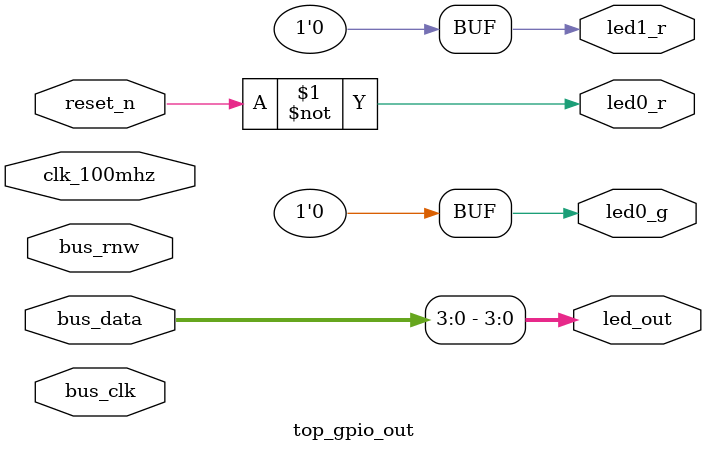
<source format=v>
/*
*****************************
* MODULE : top_gpio_out
*
* This module is to test a RPi driving
* input and displaying those input on 
* LEDs.
*
* Author : Brandon Bloodget
*
*****************************
*/

// Force error when implicit net has no type.
`default_nettype none

module top_gpio_out
(
    input wire clk_100mhz,
    input wire reset_n,

    // rpi parallel bus
    input wire bus_clk,
    inout wire [7:0] bus_data,
    input wire bus_rnw,         // rpi/master perspective

    output wire [3:0] led_out,
    output wire led0_r,         // indicates reset pressed
    output wire led0_g,         // indicates match
    output wire led1_r         // indicates not match
);

assign led_out[3:0] = bus_data[3:0];

assign led0_r = ~reset_n;
assign led0_g = 0;
assign led1_r = 0;

endmodule


</source>
